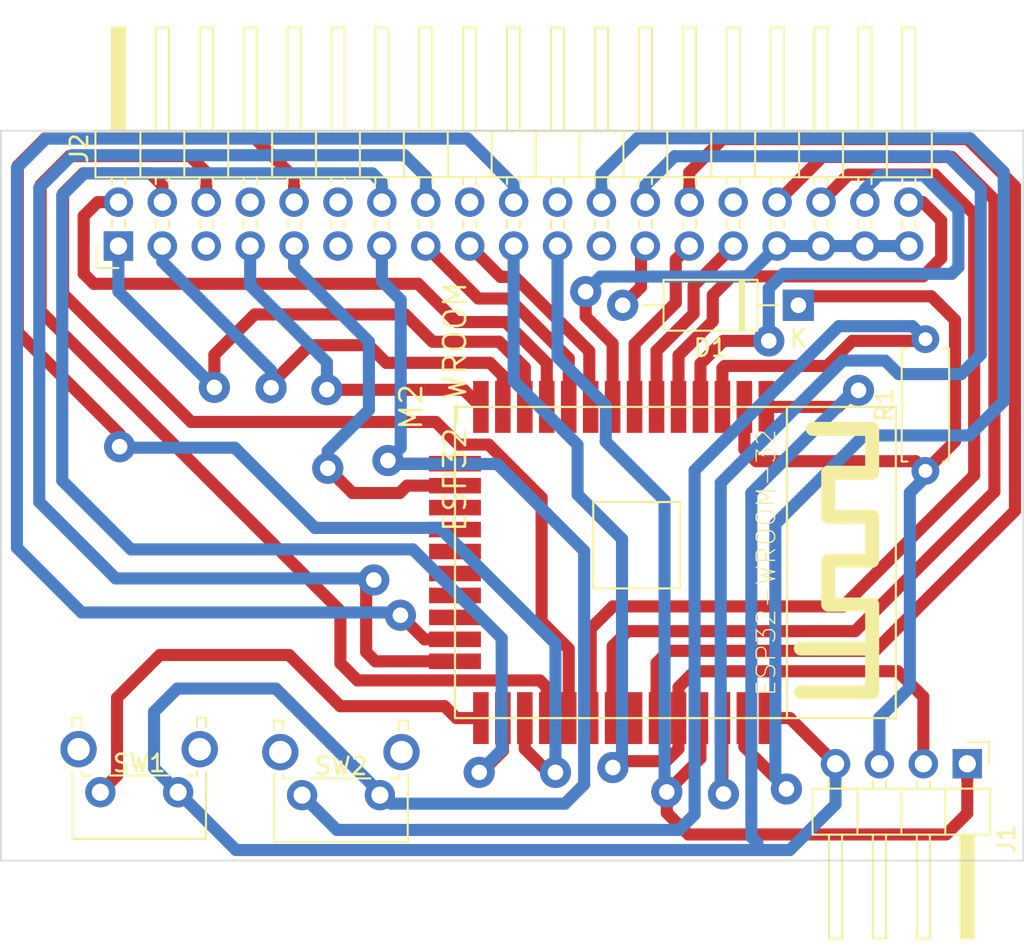
<source format=kicad_pcb>
(kicad_pcb (version 20221018) (generator pcbnew)
  (layers (0 "F.Cu" signal) (31 "B.Cu" signal) (34 "B.Paste" user) (35 "F.Paste" user) (36 "B.SilkS" user "B.Silkscreen") (37 "F.SilkS" user "F.Silkscreen") (38 "B.Mask" user) (39 "F.Mask" user) (44 "Edge.Cuts" user))
  (net 0 "")
  (net 1 "SERVO_VCC")
  (net 2 "L_FT_ANGLE")
  (net 3 "R_FT_ANGLE")
  (net 4 "R_HP_PWM")
  (net 5 "R_TG_PWM")
  (net 6 "R_KN_PWM")
  (net 7 "I_SENS")
  (net 8 "R_ANK_PWM")
  (net 9 "+3V3")
  (net 10 "R_FT_PWM")
  (net 11 "HD_PWM")
  (net 12 "MAIN_TX")
  (net 13 "R_ELB_PWM")
  (net 14 "MAIN_RX")
  (net 15 "SDA")
  (net 16 "SHUTOFF")
  (net 17 "R_SH_PWM")
  (net 18 "SCL")
  (net 19 "R_TX_PWM")
  (net 20 "GND")
  (net 21 "L_ELB_PWM")
  (net 22 "L_HP_PWM")
  (net 23 "L_TG_PWM")
  (net 24 "L_SH_PWM")
  (net 25 "L_TX_PWM")
  (net 26 "L_KN_PWM")
  (net 27 "L_FT_PWM")
  (net 28 "L_ANK_PWM")
  (net 29 "3V3_ESP")
  (net 30 "SERVO_CONTROL")
  (net 39 "Net-(M2-PadEN)")
  (net 40 "Net-(M2-GPIO0)")
  (footprint "Resistor_THT:R_Axial_DIN0207_L6.3mm_D2.5mm_P7.62mm_Horizontal" (layer "F.Cu") (at 121.82 60.47 90)
    (fp_text reference "R1" (at 3.81 -2.37 90) (layer "F.SilkS"))
    (fp_text value "4k7")
    (pad "1" thru_hole circle (at 0 0 90) (size 1.6 1.6) (drill 0.8) (layers "*.Cu" "*.Mask") (net 29 "3V3_ESP"))
    (pad "2" thru_hole oval (at 7.62 0 90) (size 1.6 1.6) (drill 0.8) (layers "*.Cu" "*.Mask") (net 39 "Net-(M2-PadEN)"))
  )
  (footprint "Connector_PinHeader_2.54mm:PinHeader_1x04_P2.54mm_Horizontal" (layer "F.Cu") (at 124.24 77.41 -90)
    (fp_text reference "J1" (at 4.385 -2.27 90) (layer "F.SilkS"))
    (fp_text value "Conn_01x04_Pin")
    (pad "1" thru_hole rect (at 0 0 270) (size 1.7 1.7) (drill 1) (layers "*.Cu" "*.Mask") (net 12 "MAIN_TX"))
    (pad "2" thru_hole oval (at 0 2.54 270) (size 1.7 1.7) (drill 1) (layers "*.Cu" "*.Mask") (net 14 "MAIN_RX"))
    (pad "3" thru_hole oval (at 0 5.08 270) (size 1.7 1.7) (drill 1) (layers "*.Cu" "*.Mask") (net 29 "3V3_ESP"))
    (pad "4" thru_hole oval (at 0 7.62 270) (size 1.7 1.7) (drill 1) (layers "*.Cu" "*.Mask") (net 20 "GND"))
  )
  (footprint "Diode_THT:D_A-405_P10.16mm_Horizontal" (layer "F.Cu") (at 114.47 50.89 180)
    (fp_text reference "D1" (at 5.08 -2.47 180) (layer "F.SilkS"))
    (fp_text value "D_Schottky")
    (fp_text user "K" (at 0 -1.9 180) (layer "F.SilkS"))
    (pad "1" thru_hole rect (at 0 0 180) (size 1.8 1.8) (drill 0.9) (layers "*.Cu" "*.Mask") (net 29 "3V3_ESP"))
    (pad "2" thru_hole oval (at 10.16 0 180) (size 1.8 1.8) (drill 0.9) (layers "*.Cu" "*.Mask") (net 9 "+3V3"))
  )
  (footprint "Connector_PinHeader_2.54mm:PinHeader_2x19_P2.54mm_Horizontal" (layer "F.Cu") (at 75.14016 47.46434 90)
    (fp_text reference "J2" (at 5.655 -2.27 90) (layer "F.SilkS"))
    (fp_text value "Conn_02x19_Odd_Even")
    (pad "1" thru_hole rect (at 0 0 90) (size 1.7 1.7) (drill 1) (layers "*.Cu" "*.Mask") (net 28 "L_ANK_PWM"))
    (pad "2" thru_hole oval (at 2.54 0 90) (size 1.7 1.7) (drill 1) (layers "*.Cu" "*.Mask") (net 27 "L_FT_PWM"))
    (pad "3" thru_hole oval (at 0 2.54 90) (size 1.7 1.7) (drill 1) (layers "*.Cu" "*.Mask") (net 26 "L_KN_PWM"))
    (pad "4" thru_hole oval (at 2.54 2.54 90) (size 1.7 1.7) (drill 1) (layers "*.Cu" "*.Mask") (net 25 "L_TX_PWM"))
    (pad "5" thru_hole oval (at 0 5.08 90) (size 1.7 1.7) (drill 1) (layers "*.Cu" "*.Mask"))
    (pad "6" thru_hole oval (at 2.54 5.08 90) (size 1.7 1.7) (drill 1) (layers "*.Cu" "*.Mask") (net 24 "L_SH_PWM"))
    (pad "7" thru_hole oval (at 0 7.62 90) (size 1.7 1.7) (drill 1) (layers "*.Cu" "*.Mask") (net 23 "L_TG_PWM"))
    (pad "8" thru_hole oval (at 2.54 7.62 90) (size 1.7 1.7) (drill 1) (layers "*.Cu" "*.Mask"))
    (pad "9" thru_hole oval (at 0 10.16 90) (size 1.7 1.7) (drill 1) (layers "*.Cu" "*.Mask") (net 22 "L_HP_PWM"))
    (pad "10" thru_hole oval (at 2.54 10.16 90) (size 1.7 1.7) (drill 1) (layers "*.Cu" "*.Mask") (net 21 "L_ELB_PWM"))
    (pad "11" thru_hole oval (at 0 12.7 90) (size 1.7 1.7) (drill 1) (layers "*.Cu" "*.Mask") (net 1 "SERVO_VCC"))
    (pad "12" thru_hole oval (at 2.54 12.7 90) (size 1.7 1.7) (drill 1) (layers "*.Cu" "*.Mask"))
    (pad "13" thru_hole oval (at 0 15.24 90) (size 1.7 1.7) (drill 1) (layers "*.Cu" "*.Mask") (net 20 "GND"))
    (pad "14" thru_hole oval (at 2.54 15.24 90) (size 1.7 1.7) (drill 1) (layers "*.Cu" "*.Mask") (net 19 "R_TX_PWM"))
    (pad "15" thru_hole oval (at 0 17.78 90) (size 1.7 1.7) (drill 1) (layers "*.Cu" "*.Mask") (net 18 "SCL"))
    (pad "16" thru_hole oval (at 2.54 17.78 90) (size 1.7 1.7) (drill 1) (layers "*.Cu" "*.Mask") (net 17 "R_SH_PWM"))
    (pad "17" thru_hole oval (at 0 20.32 90) (size 1.7 1.7) (drill 1) (layers "*.Cu" "*.Mask") (net 15 "SDA"))
    (pad "18" thru_hole oval (at 2.54 20.32 90) (size 1.7 1.7) (drill 1) (layers "*.Cu" "*.Mask"))
    (pad "19" thru_hole oval (at 0 22.86 90) (size 1.7 1.7) (drill 1) (layers "*.Cu" "*.Mask") (net 14 "MAIN_RX"))
    (pad "20" thru_hole oval (at 2.54 22.86 90) (size 1.7 1.7) (drill 1) (layers "*.Cu" "*.Mask") (net 13 "R_ELB_PWM"))
    (pad "21" thru_hole oval (at 0 25.4 90) (size 1.7 1.7) (drill 1) (layers "*.Cu" "*.Mask") (net 12 "MAIN_TX"))
    (pad "22" thru_hole oval (at 2.54 25.4 90) (size 1.7 1.7) (drill 1) (layers "*.Cu" "*.Mask"))
    (pad "23" thru_hole oval (at 0 27.94 90) (size 1.7 1.7) (drill 1) (layers "*.Cu" "*.Mask") (net 11 "HD_PWM"))
    (pad "24" thru_hole oval (at 2.54 27.94 90) (size 1.7 1.7) (drill 1) (layers "*.Cu" "*.Mask") (net 10 "R_FT_PWM"))
    (pad "25" thru_hole oval (at 0 30.48 90) (size 1.7 1.7) (drill 1) (layers "*.Cu" "*.Mask") (net 9 "+3V3"))
    (pad "26" thru_hole oval (at 2.54 30.48 90) (size 1.7 1.7) (drill 1) (layers "*.Cu" "*.Mask") (net 8 "R_ANK_PWM"))
    (pad "27" thru_hole oval (at 0 33.02 90) (size 1.7 1.7) (drill 1) (layers "*.Cu" "*.Mask") (net 7 "I_SENS"))
    (pad "28" thru_hole oval (at 2.54 33.02 90) (size 1.7 1.7) (drill 1) (layers "*.Cu" "*.Mask") (net 6 "R_KN_PWM"))
    (pad "29" thru_hole oval (at 0 35.56 90) (size 1.7 1.7) (drill 1) (layers "*.Cu" "*.Mask") (net 16 "SHUTOFF"))
    (pad "30" thru_hole oval (at 2.54 35.56 90) (size 1.7 1.7) (drill 1) (layers "*.Cu" "*.Mask"))
    (pad "31" thru_hole oval (at 0 38.1 90) (size 1.7 1.7) (drill 1) (layers "*.Cu" "*.Mask") (net 30 "SERVO_CONTROL"))
    (pad "32" thru_hole oval (at 2.54 38.1 90) (size 1.7 1.7) (drill 1) (layers "*.Cu" "*.Mask") (net 5 "R_TG_PWM"))
    (pad "33" thru_hole oval (at 0 40.64 90) (size 1.7 1.7) (drill 1) (layers "*.Cu" "*.Mask") (net 30 "SERVO_CONTROL"))
    (pad "34" thru_hole oval (at 2.54 40.64 90) (size 1.7 1.7) (drill 1) (layers "*.Cu" "*.Mask") (net 4 "R_HP_PWM"))
    (pad "35" thru_hole oval (at 0 43.18 90) (size 1.7 1.7) (drill 1) (layers "*.Cu" "*.Mask") (net 30 "SERVO_CONTROL"))
    (pad "36" thru_hole oval (at 2.54 43.18 90) (size 1.7 1.7) (drill 1) (layers "*.Cu" "*.Mask") (net 3 "R_FT_ANGLE"))
    (pad "37" thru_hole oval (at 0 45.72 90) (size 1.7 1.7) (drill 1) (layers "*.Cu" "*.Mask") (net 30 "SERVO_CONTROL"))
    (pad "38" thru_hole oval (at 2.54 45.72 90) (size 1.7 1.7) (drill 1) (layers "*.Cu" "*.Mask") (net 2 "L_FT_ANGLE"))
  )
  (footprint "Ben_modules:ESP32-WROOM" (layer "F.Cu") (at 94.608655 56.77078 -90)
    (fp_text reference "M2" (at 0 2.54 90) (layer "F.SilkS") (effects (font (size 1.27 1.27))))
    (fp_text value "ESP32-WROOM" (at 0 0 90) (layer "F.SilkS") (effects (font (size 1.27 1.27))))
    (fp_text user "ESP32-WROOM-32" (at 8.99922 -17.99844 90) (layer "F.SilkS") (effects (font (size 1.0668 1.0668) (thickness 0.0762))))
    (pad "3V3" smd rect (at 0 -16.7386 270) (size 3 0.9) (layers "F.Cu" "F.Paste" "F.Mask") (net 29 "3V3_ESP"))
    (pad "CLK" smd rect (at 9.63422 0) (size 2.99974 0.89916) (layers "F.Cu" "F.Paste" "F.Mask"))
    (pad "CMD" smd rect (at 8.36422 0) (size 2.99974 0.89916) (layers "F.Cu" "F.Paste" "F.Mask"))
    (pad "EN" smd rect (at 0 -15.4686 270) (size 3 0.9) (layers "F.Cu" "F.Paste" "F.Mask") (net 39 "Net-(M2-PadEN)"))
    (pad "GND1" smd rect (at 0 -18.0086 270) (size 3 0.9) (layers "F.Cu" "F.Paste" "F.Mask") (net 20 "GND"))
    (pad "GND2" smd rect (at 3.28422 0) (size 2.99974 0.89916) (layers "F.Cu" "F.Paste" "F.Mask") (net 20 "GND"))
    (pad "GND3" smd rect (at 17.99844 -18.0086 270) (size 3 0.9) (layers "F.Cu" "F.Paste" "F.Mask") (net 20 "GND"))
    (pad "IO0" smd rect (at 17.99844 -1.4986 270) (size 3 0.9) (layers "F.Cu" "F.Paste" "F.Mask") (net 40 "Net-(M2-GPIO0)"))
    (pad "IO2" smd rect (at 14.71422 0) (size 2.99974 0.89916) (layers "F.Cu" "F.Paste" "F.Mask") (net 17 "R_SH_PWM"))
    (pad "IO4" smd rect (at 17.99844 -2.7686 270) (size 3 0.9) (layers "F.Cu" "F.Paste" "F.Mask") (net 19 "R_TX_PWM"))
    (pad "IO5" smd rect (at 17.99844 -6.5786 270) (size 3 0.9) (layers "F.Cu" "F.Paste" "F.Mask") (net 25 "L_TX_PWM"))
    (pad "IO12" smd rect (at 0 -1.4986 270) (size 3 0.9) (layers "F.Cu" "F.Paste" "F.Mask") (net 23 "L_TG_PWM"))
    (pad "IO13" smd rect (at 4.55422 0) (size 2.99974 0.89916) (layers "F.Cu" "F.Paste" "F.Mask") (net 22 "L_HP_PWM"))
    (pad "IO14" smd rect (at 0 -2.7686 270) (size 3 0.9) (layers "F.Cu" "F.Paste" "F.Mask") (net 26 "L_KN_PWM"))
    (pad "IO15" smd rect (at 13.44422 0) (size 2.99974 0.89916) (layers "F.Cu" "F.Paste" "F.Mask") (net 13 "R_ELB_PWM"))
    (pad "IO16" smd rect (at 17.99844 -4.0386 270) (size 3 0.9) (layers "F.Cu" "F.Paste" "F.Mask") (net 21 "L_ELB_PWM"))
    (pad "IO17" smd rect (at 17.99844 -5.3086 270) (size 3 0.9) (layers "F.Cu" "F.Paste" "F.Mask") (net 24 "L_SH_PWM"))
    (pad "IO18" smd rect (at 17.99844 -7.8486 270) (size 3 0.9) (layers "F.Cu" "F.Paste" "F.Mask") (net 4 "R_HP_PWM"))
    (pad "IO19" smd rect (at 17.99844 -9.1186 270) (size 3 0.9) (layers "F.Cu" "F.Paste" "F.Mask") (net 5 "R_TG_PWM"))
    (pad "IO21" smd rect (at 17.99844 -11.6586 270) (size 3 0.9) (layers "F.Cu" "F.Paste" "F.Mask") (net 6 "R_KN_PWM"))
    (pad "IO22" smd rect (at 17.99844 -15.4686 270) (size 3 0.9) (layers "F.Cu" "F.Paste" "F.Mask") (net 8 "R_ANK_PWM"))
    (pad "IO23" smd rect (at 17.99844 -16.7386 270) (size 3 0.9) (layers "F.Cu" "F.Paste" "F.Mask") (net 10 "R_FT_PWM"))
    (pad "IO25" smd rect (at 0 -6.5786 270) (size 3 0.9) (layers "F.Cu" "F.Paste" "F.Mask") (net 18 "SCL"))
    (pad "IO26" smd rect (at 0 -5.3086 270) (size 3 0.9) (layers "F.Cu" "F.Paste" "F.Mask") (net 27 "L_FT_PWM"))
    (pad "IO27" smd rect (at 0 -4.0386 270) (size 3 0.9) (layers "F.Cu" "F.Paste" "F.Mask") (net 28 "L_ANK_PWM"))
    (pad "IO32" smd rect (at 0 -9.1186 270) (size 3 0.9) (layers "F.Cu" "F.Paste" "F.Mask") (net 30 "SERVO_CONTROL"))
    (pad "IO33" smd rect (at 0 -7.8486 270) (size 3 0.9) (layers "F.Cu" "F.Paste" "F.Mask") (net 15 "SDA"))
    (pad "IO34" smd rect (at 0 -11.6586 270) (size 3 0.9) (layers "F.Cu" "F.Paste" "F.Mask") (net 16 "SHUTOFF"))
    (pad "IO35" smd rect (at 0 -10.3886 270) (size 3 0.9) (layers "F.Cu" "F.Paste" "F.Mask") (net 7 "I_SENS"))
    (pad "NC" smd rect (at 17.99844 -10.3886 270) (size 3 0.9) (layers "F.Cu" "F.Paste" "F.Mask"))
    (pad "RX" smd rect (at 17.99844 -12.9286 270) (size 3 0.9) (layers "F.Cu" "F.Paste" "F.Mask") (net 14 "MAIN_RX"))
    (pad "SD0" smd rect (at 10.90422 0) (size 2.99974 0.89916) (layers "F.Cu" "F.Paste" "F.Mask"))
    (pad "SD1" smd rect (at 12.17422 0) (size 2.99974 0.89916) (layers "F.Cu" "F.Paste" "F.Mask"))
    (pad "SD2" smd rect (at 5.82422 0) (size 2.99974 0.89916) (layers "F.Cu" "F.Paste" "F.Mask"))
    (pad "SD3" smd rect (at 7.09422 0) (size 2.99974 0.89916) (layers "F.Cu" "F.Paste" "F.Mask"))
    (pad "SENSOR_VN" smd rect (at 0 -12.9286 270) (size 3 0.9) (layers "F.Cu" "F.Paste" "F.Mask") (net 2 "L_FT_ANGLE"))
    (pad "SENSOR_VP" smd rect (at 0 -14.1986 270) (size 3 0.9) (layers "F.Cu" "F.Paste" "F.Mask") (net 3 "R_FT_ANGLE"))
    (pad "TX" smd rect (at 17.99844 -14.1986 270) (size 3 0.9) (layers "F.Cu" "F.Paste" "F.Mask") (net 12 "MAIN_TX"))
  )
  (footprint "Button_Switch_THT:SW_Tactile_SPST_Angled_PTS645Vx39-2LFS" (layer "F.Cu") (at 78.595 79.0575 180)
    (fp_text reference "SW1" (at 2.25 1.68 180) (layer "F.SilkS"))
    (fp_text value "SW_Push")
    (pad "" thru_hole circle (at -1.25 2.49 180) (size 2.1 2.1) (drill 1.3) (layers "*.Cu" "*.Mask"))
    (pad "" thru_hole circle (at 5.76 2.49 180) (size 2.1 2.1) (drill 1.3) (layers "*.Cu" "*.Mask"))
    (pad "1" thru_hole circle (at 0 0 180) (size 1.75 1.75) (drill 0.99) (layers "*.Cu" "*.Mask") (net 20 "GND"))
    (pad "2" thru_hole circle (at 4.5 0 180) (size 1.75 1.75) (drill 0.99) (layers "*.Cu" "*.Mask") (net 40 "Net-(M2-GPIO0)"))
  )
  (footprint "Button_Switch_THT:SW_Tactile_SPST_Angled_PTS645Vx39-2LFS" (layer "F.Cu") (at 90.265 79.2275 180)
    (fp_text reference "SW2" (at 2.25 1.68 180) (layer "F.SilkS"))
    (fp_text value "SW_Push")
    (pad "" thru_hole circle (at -1.25 2.49 180) (size 2.1 2.1) (drill 1.3) (layers "*.Cu" "*.Mask"))
    (pad "" thru_hole circle (at 5.76 2.49 180) (size 2.1 2.1) (drill 1.3) (layers "*.Cu" "*.Mask"))
    (pad "1" thru_hole circle (at 0 0 180) (size 1.75 1.75) (drill 0.99) (layers "*.Cu" "*.Mask") (net 20 "GND"))
    (pad "2" thru_hole circle (at 4.5 0 180) (size 1.75 1.75) (drill 0.99) (layers "*.Cu" "*.Mask") (net 39 "Net-(M2-PadEN)"))
  )
  (gr_rect (start 68.34 40.79) (end 127.49 83.01) (stroke (width 0.1)) (fill none) (layer "Edge.Cuts"))
  (segment (start 110.6 49.22) (end 121.68 49.22) (width 0.7) (layer "F.Cu") (net 2))
  (segment (start 122.73 48.17) (end 122.73 45.99) (width 0.7) (layer "F.Cu") (net 2))
  (segment (start 107.537255 56.77078) (end 107.537255 53.792745) (width 0.7) (layer "F.Cu") (net 2))
  (segment (start 121.66434 44.92434) (end 120.86016 44.92434) (width 0.7) (layer "F.Cu") (net 2))
  (segment (start 121.68 49.22) (end 122.73 48.17) (width 0.7) (layer "F.Cu") (net 2))
  (segment (start 109.52 50.3) (end 110.6 49.22) (width 0.7) (layer "F.Cu") (net 2))
  (segment (start 122.73 45.99) (end 121.66434 44.92434) (width 0.7) (layer "F.Cu") (net 2))
  (segment (start 107.537255 53.792745) (end 109.52 51.81) (width 0.7) (layer "F.Cu") (net 2))
  (segment (start 109.52 51.81) (end 109.52 50.3) (width 0.7) (layer "F.Cu") (net 2))
  (segment (start 108.807255 54.272745) (end 108.807255 56.77078) (width 0.7) (layer "F.Cu") (net 3))
  (segment (start 110.1295 52.9505) (end 108.807255 54.272745) (width 0.7) (layer "F.Cu") (net 3))
  (segment (start 112.76 52.9505) (end 110.1295 52.9505) (width 0.7) (layer "F.Cu") (net 3))
  (via (at 112.76 52.9505) (size 1.8) (drill 0.9) (layers "F.Cu" "B.Cu") (net 3))
  (segment (start 121.72 43.38) (end 119.12 43.38) (width 0.7) (layer "B.Cu") (net 3))
  (segment (start 112.76 52.9505) (end 112.76 49.91) (width 0.7) (layer "B.Cu") (net 3))
  (segment (start 123.35 49.07) (end 123.73 48.69) (width 0.7) (layer "B.Cu") (net 3))
  (segment (start 113.6 49.07) (end 123.35 49.07) (width 0.7) (layer "B.Cu") (net 3))
  (segment (start 119.12 43.38) (end 118.32016 44.17984) (width 0.7) (layer "B.Cu") (net 3))
  (segment (start 112.76 49.91) (end 113.6 49.07) (width 0.7) (layer "B.Cu") (net 3))
  (segment (start 118.32016 44.17984) (end 118.32016 44.92434) (width 0.7) (layer "B.Cu") (net 3))
  (segment (start 123.73 48.69) (end 123.73 45.39) (width 0.7) (layer "B.Cu") (net 3))
  (segment (start 123.73 45.39) (end 121.72 43.38) (width 0.7) (layer "B.Cu") (net 3))
  (segment (start 103.74 68.31) (end 102.457255 69.592745) (width 0.7) (layer "F.Cu") (net 4))
  (segment (start 124.64 60.72) (end 117.05 68.31) (width 0.7) (layer "F.Cu") (net 4))
  (segment (start 117.05 68.31) (end 103.74 68.31) (width 0.7) (layer "F.Cu") (net 4))
  (segment (start 122.35 43.33) (end 124.64 45.62) (width 0.7) (layer "F.Cu") (net 4))
  (segment (start 102.457255 69.592745) (end 102.457255 74.76922) (width 0.7) (layer "F.Cu") (net 4))
  (segment (start 117.3745 43.33) (end 122.35 43.33) (width 0.7) (layer "F.Cu") (net 4))
  (segment (start 115.78016 44.92434) (end 117.3745 43.33) (width 0.7) (layer "F.Cu") (net 4))
  (segment (start 124.64 45.62) (end 124.64 60.72) (width 0.7) (layer "F.Cu") (net 4))
  (segment (start 113.24016 44.92434) (end 115.8545 42.31) (width 0.7) (layer "F.Cu") (net 5))
  (segment (start 125.81 61.68) (end 117.75 69.74) (width 0.7) (layer "F.Cu") (net 5))
  (segment (start 125.81 44.78) (end 125.81 61.68) (width 0.7) (layer "F.Cu") (net 5))
  (segment (start 115.8545 42.31) (end 123.34 42.31) (width 0.7) (layer "F.Cu") (net 5))
  (segment (start 103.727255 70.612745) (end 103.727255 74.76922) (width 0.7) (layer "F.Cu") (net 5))
  (segment (start 123.34 42.31) (end 125.81 44.78) (width 0.7) (layer "F.Cu") (net 5))
  (segment (start 113.1645 44.84868) (end 113.24016 44.92434) (width 0.7) (layer "F.Cu") (net 5))
  (segment (start 117.75 69.74) (end 104.6 69.74) (width 0.7) (layer "F.Cu") (net 5))
  (segment (start 104.6 69.74) (end 103.727255 70.612745) (width 0.7) (layer "F.Cu") (net 5))
  (segment (start 108.16016 43.20984) (end 108.16016 44.92434) (width 0.7) (layer "F.Cu") (net 6))
  (segment (start 118.9 70.88) (end 127 62.78) (width 0.7) (layer "F.Cu") (net 6))
  (segment (start 124.27 41.28) (end 110.09 41.28) (width 0.7) (layer "F.Cu") (net 6))
  (segment (start 127 44.01) (end 124.27 41.28) (width 0.7) (layer "F.Cu") (net 6))
  (segment (start 106.267255 71.582745) (end 106.97 70.88) (width 0.7) (layer "F.Cu") (net 6))
  (segment (start 106.267255 74.76922) (end 106.267255 71.582745) (width 0.7) (layer "F.Cu") (net 6))
  (segment (start 110.09 41.28) (end 108.16016 43.20984) (width 0.7) (layer "F.Cu") (net 6))
  (segment (start 106.97 70.88) (end 118.9 70.88) (width 0.7) (layer "F.Cu") (net 6))
  (segment (start 127 62.78) (end 127 44.01) (width 0.7) (layer "F.Cu") (net 6))
  (segment (start 107.38 48.2445) (end 107.38 50.75) (width 0.7) (layer "F.Cu") (net 7))
  (segment (start 104.997255 53.132745) (end 104.997255 56.77078) (width 0.7) (layer "F.Cu") (net 7))
  (segment (start 107.38 50.75) (end 104.997255 53.132745) (width 0.7) (layer "F.Cu") (net 7))
  (segment (start 108.16016 47.46434) (end 107.38 48.2445) (width 0.7) (layer "F.Cu") (net 7))
  (segment (start 110.077255 74.76922) (end 110.077255 79.097255) (width 0.7) (layer "F.Cu") (net 8))
  (segment (start 110.077255 79.097255) (end 110.14 79.16) (width 0.7) (layer "F.Cu") (net 8))
  (via (at 110.14 79.16) (size 1.8) (drill 0.9) (layers "F.Cu" "B.Cu") (net 8))
  (segment (start 117.05 54.09) (end 119.49 54.09) (width 0.7) (layer "B.Cu") (net 8))
  (segment (start 125.02 44.15) (end 123.14 42.27) (width 0.7) (layer "B.Cu") (net 8))
  (segment (start 123.14 42.27) (end 107.31 42.27) (width 0.7) (layer "B.Cu") (net 8))
  (segment (start 109.98 79) (end 109.98 61.16) (width 0.7) (layer "B.Cu") (net 8))
  (segment (start 123.89 54.87) (end 125.02 53.74) (width 0.7) (layer "B.Cu") (net 8))
  (segment (start 110.14 79.16) (end 109.98 79) (width 0.7) (layer "B.Cu") (net 8))
  (segment (start 109.98 61.16) (end 117.05 54.09) (width 0.7) (layer "B.Cu") (net 8))
  (segment (start 119.49 54.09) (end 120.27 54.87) (width 0.7) (layer "B.Cu") (net 8))
  (segment (start 107.31 42.27) (end 105.62016 43.95984) (width 0.7) (layer "B.Cu") (net 8))
  (segment (start 120.27 54.87) (end 123.89 54.87) (width 0.7) (layer "B.Cu") (net 8))
  (segment (start 105.62016 43.95984) (end 105.62016 44.92434) (width 0.7) (layer "B.Cu") (net 8))
  (segment (start 125.02 53.74) (end 125.02 44.15) (width 0.7) (layer "B.Cu") (net 8))
  (segment (start 105.37 47.7145) (end 105.62016 47.46434) (width 0.7) (layer "F.Cu") (net 9))
  (segment (start 104.31 50.89) (end 105.37 49.83) (width 0.7) (layer "F.Cu") (net 9))
  (segment (start 105.37 49.83) (end 105.37 47.7145) (width 0.7) (layer "F.Cu") (net 9))
  (segment (start 111.347255 76.437255) (end 111.347255 74.76922) (width 0.7) (layer "F.Cu") (net 10))
  (segment (start 113.78 78.87) (end 111.347255 76.437255) (width 0.7) (layer "F.Cu") (net 10))
  (via (at 113.78 78.87) (size 1.8) (drill 0.9) (layers "F.Cu" "B.Cu") (net 10))
  (segment (start 113.14 78.23) (end 113.14 63.54) (width 0.7) (layer "B.Cu") (net 10))
  (segment (start 105.15 41.23) (end 103.08016 43.29984) (width 0.7) (layer "B.Cu") (net 10))
  (segment (start 118.26 58.42) (end 124.37 58.42) (width 0.7) (layer "B.Cu") (net 10))
  (segment (start 113.14 63.54) (end 118.26 58.42) (width 0.7) (layer "B.Cu") (net 10))
  (segment (start 126.35 43.18) (end 124.4 41.23) (width 0.7) (layer "B.Cu") (net 10))
  (segment (start 124.4 41.23) (end 105.15 41.23) (width 0.7) (layer "B.Cu") (net 10))
  (segment (start 103.08016 43.29984) (end 103.08016 44.92434) (width 0.7) (layer "B.Cu") (net 10))
  (segment (start 126.35 56.44) (end 126.35 43.18) (width 0.7) (layer "B.Cu") (net 10))
  (segment (start 113.78 78.87) (end 113.14 78.23) (width 0.7) (layer "B.Cu") (net 10))
  (segment (start 124.37 58.42) (end 126.35 56.44) (width 0.7) (layer "B.Cu") (net 10))
  (segment (start 124.24 80.28) (end 124.24 77.41) (width 0.7) (layer "F.Cu") (net 12))
  (segment (start 106.86 80.25) (end 108.11 81.5) (width 0.7) (layer "F.Cu") (net 12))
  (segment (start 106.86 79.04) (end 108.807255 77.092745) (width 0.7) (layer "F.Cu") (net 12))
  (segment (start 108.807255 77.092745) (end 108.807255 74.76922) (width 0.7) (layer "F.Cu") (net 12))
  (segment (start 106.86 79.04) (end 106.86 80.25) (width 0.7) (layer "F.Cu") (net 12))
  (segment (start 108.11 81.5) (end 123.02 81.5) (width 0.7) (layer "F.Cu") (net 12))
  (segment (start 123.02 81.5) (end 124.24 80.28) (width 0.7) (layer "F.Cu") (net 12))
  (via (at 106.86 79.04) (size 1.8) (drill 0.9) (layers "F.Cu" "B.Cu") (net 12))
  (segment (start 106.73 78.91) (end 106.73 62.18) (width 0.7) (layer "B.Cu") (net 12))
  (segment (start 106.86 79.04) (end 106.73 78.91) (width 0.7) (layer "B.Cu") (net 12))
  (segment (start 103.33 56.69) (end 100.54016 53.90016) (width 0.7) (layer "B.Cu") (net 12))
  (segment (start 103.33 58.78) (end 103.33 56.69) (width 0.7) (layer "B.Cu") (net 12))
  (segment (start 100.54016 53.90016) (end 100.54016 47.46434) (width 0.7) (layer "B.Cu") (net 12))
  (segment (start 106.73 62.18) (end 103.33 58.78) (width 0.7) (layer "B.Cu") (net 12))
  (segment (start 91.45 68.82) (end 92.845 70.215) (width 0.7) (layer "F.Cu") (net 13))
  (segment (start 92.845 70.215) (end 94.608655 70.215) (width 0.7) (layer "F.Cu") (net 13))
  (via (at 91.45 68.82) (size 1.8) (drill 0.9) (layers "F.Cu" "B.Cu") (net 13))
  (segment (start 70.95 41.25) (end 95.34 41.25) (width 0.7) (layer "B.Cu") (net 13))
  (segment (start 73.01 68.66) (end 69.27 64.92) (width 0.7) (layer "B.Cu") (net 13))
  (segment (start 98.00016 43.91016) (end 98.00016 44.92434) (width 0.7) (layer "B.Cu") (net 13))
  (segment (start 91.45 68.82) (end 91.29 68.66) (width 0.7) (layer "B.Cu") (net 13))
  (segment (start 69.27 42.93) (end 70.95 41.25) (width 0.7) (layer "B.Cu") (net 13))
  (segment (start 69.27 64.92) (end 69.27 42.93) (width 0.7) (layer "B.Cu") (net 13))
  (segment (start 95.34 41.25) (end 98.00016 43.91016) (width 0.7) (layer "B.Cu") (net 13))
  (segment (start 91.29 68.66) (end 73.01 68.66) (width 0.7) (layer "B.Cu") (net 13))
  (segment (start 120.22 72.06) (end 121.7 73.54) (width 0.7) (layer "F.Cu") (net 14))
  (segment (start 121.7 73.54) (end 121.7 77.41) (width 0.7) (layer "F.Cu") (net 14))
  (segment (start 107.537255 74.76922) (end 107.537255 72.98922) (width 0.7) (layer "F.Cu") (net 14))
  (segment (start 103.74 77.63) (end 104.11 77.26) (width 0.7) (layer "F.Cu") (net 14))
  (segment (start 104.11 77.26) (end 106.826475 77.26) (width 0.7) (layer "F.Cu") (net 14))
  (segment (start 108.466475 72.06) (end 120.22 72.06) (width 0.7) (layer "F.Cu") (net 14))
  (segment (start 107.537255 72.98922) (end 108.466475 72.06) (width 0.7) (layer "F.Cu") (net 14))
  (segment (start 107.537255 76.54922) (end 107.537255 74.76922) (width 0.7) (layer "F.Cu") (net 14))
  (segment (start 106.826475 77.26) (end 107.537255 76.54922) (width 0.7) (layer "F.Cu") (net 14))
  (via (at 103.74 77.63) (size 1.8) (drill 0.9) (layers "F.Cu" "B.Cu") (net 14))
  (segment (start 101.7 58.96) (end 98.00016 55.26016) (width 0.7) (layer "B.Cu") (net 14))
  (segment (start 101.7 61.84) (end 101.7 58.96) (width 0.7) (layer "B.Cu") (net 14))
  (segment (start 98.00016 55.26016) (end 98.00016 47.46434) (width 0.7) (layer "B.Cu") (net 14))
  (segment (start 104.27 64.41) (end 101.7 61.84) (width 0.7) (layer "B.Cu") (net 14))
  (segment (start 103.74 77.63) (end 104.27 77.1) (width 0.7) (layer "B.Cu") (net 14))
  (segment (start 104.27 77.1) (end 104.27 64.41) (width 0.7) (layer "B.Cu") (net 14))
  (segment (start 98.08 49.25) (end 102.377255 53.547255) (width 0.7) (layer "F.Cu") (net 15))
  (segment (start 95.46016 47.46434) (end 97.24582 49.25) (width 0.7) (layer "F.Cu") (net 15))
  (segment (start 97.24582 49.25) (end 98.08 49.25) (width 0.7) (layer "F.Cu") (net 15))
  (segment (start 102.377255 53.547255) (end 102.377255 56.69078) (width 0.7) (layer "F.Cu") (net 15))
  (segment (start 102.377255 56.69078) (end 102.457255 56.77078) (width 0.7) (layer "F.Cu") (net 15))
  (segment (start 108.41 49.7545) (end 108.41 51.38) (width 0.7) (layer "F.Cu") (net 16))
  (segment (start 106.267255 53.522745) (end 106.267255 56.77078) (width 0.7) (layer "F.Cu") (net 16))
  (segment (start 108.41 51.38) (end 106.267255 53.522745) (width 0.7) (layer "F.Cu") (net 16))
  (segment (start 110.70016 47.46434) (end 108.41 49.7545) (width 0.7) (layer "F.Cu") (net 16))
  (segment (start 90.005 71.485) (end 94.608655 71.485) (width 0.7) (layer "F.Cu") (net 17))
  (segment (start 89.47 70.95) (end 90.005 71.485) (width 0.7) (layer "F.Cu") (net 17))
  (segment (start 89.47 67.22) (end 89.47 70.95) (width 0.7) (layer "F.Cu") (net 17))
  (segment (start 89.91 66.78) (end 89.47 67.22) (width 0.7) (layer "F.Cu") (net 17))
  (via (at 89.91 66.78) (size 1.8) (drill 0.9) (layers "F.Cu" "B.Cu") (net 17))
  (segment (start 74.98 66.69) (end 70.56 62.27) (width 0.7) (layer "B.Cu") (net 17))
  (segment (start 89.91 66.78) (end 89.82 66.69) (width 0.7) (layer "B.Cu") (net 17))
  (segment (start 91.68 42.21) (end 92.92016 43.45016) (width 0.7) (layer "B.Cu") (net 17))
  (segment (start 89.82 66.69) (end 74.98 66.69) (width 0.7) (layer "B.Cu") (net 17))
  (segment (start 70.56 44.1) (end 72.45 42.21) (width 0.7) (layer "B.Cu") (net 17))
  (segment (start 72.45 42.21) (end 91.68 42.21) (width 0.7) (layer "B.Cu") (net 17))
  (segment (start 70.56 62.27) (end 70.56 44.1) (width 0.7) (layer "B.Cu") (net 17))
  (segment (start 92.92016 43.45016) (end 92.92016 44.92434) (width 0.7) (layer "B.Cu") (net 17))
  (segment (start 101.187255 53.957255) (end 101.187255 56.77078) (width 0.7) (layer "F.Cu") (net 18))
  (segment (start 97.73 50.5) (end 101.187255 53.957255) (width 0.7) (layer "F.Cu") (net 18))
  (segment (start 95.95582 50.5) (end 97.73 50.5) (width 0.7) (layer "F.Cu") (net 18))
  (segment (start 92.92016 47.46434) (end 95.95582 50.5) (width 0.7) (layer "F.Cu") (net 18))
  (segment (start 96.01 77.91) (end 96.01 78.03) (width 0.7) (layer "F.Cu") (net 19))
  (segment (start 97.377255 76.662745) (end 97.377255 74.76922) (width 0.7) (layer "F.Cu") (net 19))
  (segment (start 96.13 77.91) (end 96.01 77.91) (width 0.7) (layer "F.Cu") (net 19))
  (segment (start 96.17 77.87) (end 96.13 77.91) (width 0.7) (layer "F.Cu") (net 19))
  (segment (start 96.01 78.03) (end 97.377255 76.662745) (width 0.7) (layer "F.Cu") (net 19))
  (via (at 96.01 77.91) (size 1.8) (drill 0.9) (layers "F.Cu" "B.Cu") (net 19))
  (segment (start 73.16 43.26) (end 89.83 43.26) (width 0.7) (layer "B.Cu") (net 19))
  (segment (start 71.89 44.53) (end 73.16 43.26) (width 0.7) (layer "B.Cu") (net 19))
  (segment (start 92.17 65.01) (end 75.87 65.01) (width 0.7) (layer "B.Cu") (net 19))
  (segment (start 97.31 76.61) (end 97.31 70.15) (width 0.7) (layer "B.Cu") (net 19))
  (segment (start 75.87 65.01) (end 71.89 61.03) (width 0.7) (layer "B.Cu") (net 19))
  (segment (start 97.31 70.15) (end 92.17 65.01) (width 0.7) (layer "B.Cu") (net 19))
  (segment (start 90.38016 43.81016) (end 90.38016 44.92434) (width 0.7) (layer "B.Cu") (net 19))
  (segment (start 89.83 43.26) (end 90.38016 43.81016) (width 0.7) (layer "B.Cu") (net 19))
  (segment (start 71.89 61.03) (end 71.89 44.53) (width 0.7) (layer "B.Cu") (net 19))
  (segment (start 96.01 77.91) (end 97.31 76.61) (width 0.7) (layer "B.Cu") (net 19))
  (segment (start 90.915 60.055) (end 94.608655 60.055) (width 0.7) (layer "F.Cu") (net 20))
  (segment (start 117.95 55.81) (end 117.74 55.81) (width 0.7) (layer "F.Cu") (net 20))
  (segment (start 90.73 59.87) (end 90.915 60.055) (width 0.7) (layer "F.Cu") (net 20))
  (segment (start 116.77922 56.77078) (end 112.617255 56.77078) (width 0.7) (layer "F.Cu") (net 20))
  (segment (start 112.617255 74.76922) (end 113.97922 74.76922) (width 0.7) (layer "F.Cu") (net 20))
  (segment (start 113.97922 74.76922) (end 116.62 77.41) (width 0.7) (layer "F.Cu") (net 20))
  (segment (start 117.74 55.81) (end 116.77922 56.77078) (width 0.7) (layer "F.Cu") (net 20))
  (via (at 90.73 59.87) (size 1.8) (drill 0.9) (layers "F.Cu" "B.Cu") (net 20))
  (via (at 117.95 55.81) (size 1.8) (drill 0.9) (layers "F.Cu" "B.Cu") (net 20))
  (segment (start 78.55 73.06) (end 77.2 74.41) (width 0.7) (layer "B.Cu") (net 20))
  (segment (start 113.98 82.4) (end 116.62 79.76) (width 0.7) (layer "B.Cu") (net 20))
  (segment (start 111.75 61.75) (end 111.75 81.64) (width 0.7) (layer "B.Cu") (net 20))
  (segment (start 97.05 60.07) (end 102.08 65.1) (width 0.7) (layer "B.Cu") (net 20))
  (segment (start 102.08 65.1) (end 102.08 78.61) (width 0.7) (layer "B.Cu") (net 20))
  (segment (start 77.2 77.6625) (end 81.9375 82.4) (width 0.7) (layer "B.Cu") (net 20))
  (segment (start 91.47 59.13) (end 91.47 50.58) (width 0.7) (layer "B.Cu") (net 20))
  (segment (start 117.95 55.81) (end 117.69 55.81) (width 0.7) (layer "B.Cu") (net 20))
  (segment (start 84.24 73.06) (end 78.55 73.06) (width 0.7) (layer "B.Cu") (net 20))
  (segment (start 100.97 79.72) (end 90.9 79.72) (width 0.7) (layer "B.Cu") (net 20))
  (segment (start 116.62 79.76) (end 116.62 77.41) (width 0.7) (layer "B.Cu") (net 20))
  (segment (start 117.69 55.81) (end 111.75 61.75) (width 0.7) (layer "B.Cu") (net 20))
  (segment (start 90.73 59.87) (end 91.47 59.13) (width 0.7) (layer "B.Cu") (net 20))
  (segment (start 90.73 59.87) (end 90.93 60.07) (width 0.7) (layer "B.Cu") (net 20))
  (segment (start 102.08 78.61) (end 100.97 79.72) (width 0.7) (layer "B.Cu") (net 20))
  (segment (start 111.75 81.64) (end 112.11 82) (width 0.7) (layer "B.Cu") (net 20))
  (segment (start 81.9375 82.4) (end 113.98 82.4) (width 0.7) (layer "B.Cu") (net 20))
  (segment (start 77.2 74.41) (end 77.2 77.6625) (width 0.7) (layer "B.Cu") (net 20))
  (segment (start 90.9 79.72) (end 84.24 73.06) (width 0.7) (layer "B.Cu") (net 20))
  (segment (start 91.47 50.58) (end 90.38016 49.49016) (width 0.7) (layer "B.Cu") (net 20))
  (segment (start 90.93 60.07) (end 97.05 60.07) (width 0.7) (layer "B.Cu") (net 20))
  (segment (start 90.38016 49.49016) (end 90.38016 47.46434) (width 0.7) (layer "B.Cu") (net 20))
  (segment (start 69.32 42.82) (end 70.9 41.24) (width 0.7) (layer "F.Cu") (net 21))
  (segment (start 83.04 41.24) (end 85.30016 43.50016) (width 0.7) (layer "F.Cu") (net 21))
  (segment (start 70.9 41.24) (end 83.04 41.24) (width 0.7) (layer "F.Cu") (net 21))
  (segment (start 100.26 77.83) (end 100.18 77.83) (width 0.7) (layer "F.Cu") (net 21))
  (segment (start 100.34 77.83) (end 99.928035 77.83) (width 0.7) (layer "F.Cu") (net 21))
  (segment (start 99.928035 77.83) (end 98.647255 76.54922) (width 0.7) (layer "F.Cu") (net 21))
  (segment (start 98.647255 76.54922) (end 98.647255 74.76922) (width 0.7) (layer "F.Cu") (net 21))
  (segment (start 100.42 77.91) (end 100.34 77.83) (width 0.7) (layer "F.Cu") (net 21))
  (segment (start 75.21 59.07) (end 75.21 58.34) (width 0.7) (layer "F.Cu") (net 21))
  (segment (start 69.32 52.45) (end 69.32 42.82) (width 0.7) (layer "F.Cu") (net 21))
  (segment (start 75.21 58.34) (end 69.32 52.45) (width 0.7) (layer "F.Cu") (net 21))
  (segment (start 100.18 77.83) (end 100.42 77.91) (width 0.7) (layer "F.Cu") (net 21))
  (segment (start 85.30016 43.50016) (end 85.30016 44.92434) (width 0.7) (layer "F.Cu") (net 21))
  (via (at 100.42 77.91) (size 1.8) (drill 0.9) (layers "F.Cu" "B.Cu") (net 21))
  (via (at 75.21 59.07) (size 1.8) (drill 0.9) (layers "F.Cu" "B.Cu") (net 21))
  (segment (start 86.51 63.77) (end 93.73 63.77) (width 0.7) (layer "B.Cu") (net 21))
  (segment (start 100.42 70.46) (end 100.42 77.91) (width 0.7) (layer "B.Cu") (net 21))
  (segment (start 75.27 59.13) (end 81.87 59.13) (width 0.7) (layer "B.Cu") (net 21))
  (segment (start 81.87 59.13) (end 86.51 63.77) (width 0.7) (layer "B.Cu") (net 21))
  (segment (start 93.73 63.77) (end 100.42 70.46) (width 0.7) (layer "B.Cu") (net 21))
  (segment (start 75.21 59.07) (end 75.27 59.13) (width 0.7) (layer "B.Cu") (net 21))
  (segment (start 91.41 61.75) (end 91.835 61.325) (width 0.7) (layer "F.Cu") (net 22))
  (segment (start 88.68 61.75) (end 91.41 61.75) (width 0.7) (layer "F.Cu") (net 22))
  (segment (start 87.25 60.32) (end 88.68 61.75) (width 0.7) (layer "F.Cu") (net 22))
  (segment (start 91.835 61.325) (end 94.608655 61.325) (width 0.7) (layer "F.Cu") (net 22))
  (via (at 87.25 60.32) (size 1.8) (drill 0.9) (layers "F.Cu" "B.Cu") (net 22))
  (segment (start 87.25 59.32) (end 89.63 56.94) (width 0.7) (layer "B.Cu") (net 22))
  (segment (start 85.30016 48.67016) (end 85.30016 47.46434) (width 0.7) (layer "B.Cu") (net 22))
  (segment (start 89.63 56.94) (end 89.63 53) (width 0.7) (layer "B.Cu") (net 22))
  (segment (start 87.25 60.32) (end 87.25 59.32) (width 0.7) (layer "B.Cu") (net 22))
  (segment (start 89.63 53) (end 85.30016 48.67016) (width 0.7) (layer "B.Cu") (net 22))
  (segment (start 87.21 55.78) (end 95.116475 55.78) (width 0.7) (layer "F.Cu") (net 23))
  (segment (start 87.2 55.77) (end 87.21 55.78) (width 0.7) (layer "F.Cu") (net 23))
  (segment (start 95.116475 55.78) (end 96.107255 56.77078) (width 0.7) (layer "F.Cu") (net 23))
  (via (at 87.2 55.77) (size 1.8) (drill 0.9) (layers "F.Cu" "B.Cu") (net 23))
  (segment (start 82.76016 49.75016) (end 82.76016 47.46434) (width 0.7) (layer "B.Cu") (net 23))
  (segment (start 87.2 54.19) (end 82.76016 49.75016) (width 0.7) (layer "B.Cu") (net 23))
  (segment (start 87.2 55.77) (end 87.2 54.19) (width 0.7) (layer "B.Cu") (net 23))
  (segment (start 79.28 42.26) (end 72.31 42.26) (width 0.7) (layer "F.Cu") (net 24))
  (segment (start 99.518035 72.59) (end 99.917255 72.98922) (width 0.7) (layer "F.Cu") (net 24))
  (segment (start 70.64 43.93) (end 70.64 51.24) (width 0.7) (layer "F.Cu") (net 24))
  (segment (start 80.22016 44.92434) (end 80.22016 43.20016) (width 0.7) (layer "F.Cu") (net 24))
  (segment (start 87.98 68.58) (end 87.98 71.6) (width 0.7) (layer "F.Cu") (net 24))
  (segment (start 72.31 42.26) (end 70.64 43.93) (width 0.7) (layer "F.Cu") (net 24))
  (segment (start 99.917255 72.98922) (end 99.917255 74.76922) (width 0.7) (layer "F.Cu") (net 24))
  (segment (start 87.98 71.6) (end 88.97 72.59) (width 0.7) (layer "F.Cu") (net 24))
  (segment (start 70.64 51.24) (end 87.98 68.58) (width 0.7) (layer "F.Cu") (net 24))
  (segment (start 80.22016 43.20016) (end 79.28 42.26) (width 0.7) (layer "F.Cu") (net 24))
  (segment (start 88.97 72.59) (end 99.518035 72.59) (width 0.7) (layer "F.Cu") (net 24))
  (segment (start 101.187255 70.757255) (end 101.187255 74.76922) (width 0.7) (layer "F.Cu") (net 25))
  (segment (start 79.35 57.64) (end 93.5 57.64) (width 0.7) (layer "F.Cu") (net 25))
  (segment (start 73.1 43.26) (end 71.94 44.42) (width 0.7) (layer "F.Cu") (net 25))
  (segment (start 71.94 50.23) (end 79.35 57.64) (width 0.7) (layer "F.Cu") (net 25))
  (segment (start 96.553105 58.95) (end 99.62 62.016895) (width 0.7) (layer "F.Cu") (net 25))
  (segment (start 76.98 43.26) (end 73.1 43.26) (width 0.7) (layer "F.Cu") (net 25))
  (segment (start 99.62 62.016895) (end 99.62 69.19) (width 0.7) (layer "F.Cu") (net 25))
  (segment (start 99.62 69.19) (end 101.187255 70.757255) (width 0.7) (layer "F.Cu") (net 25))
  (segment (start 77.68016 43.96016) (end 76.98 43.26) (width 0.7) (layer "F.Cu") (net 25))
  (segment (start 94.81 58.95) (end 96.553105 58.95) (width 0.7) (layer "F.Cu") (net 25))
  (segment (start 93.5 57.64) (end 94.81 58.95) (width 0.7) (layer "F.Cu") (net 25))
  (segment (start 71.94 44.42) (end 71.94 50.23) (width 0.7) (layer "F.Cu") (net 25))
  (segment (start 77.68016 44.92434) (end 77.68016 43.96016) (width 0.7) (layer "F.Cu") (net 25))
  (segment (start 86.22 53.2) (end 89.61 53.2) (width 0.7) (layer "F.Cu") (net 26))
  (segment (start 90.63 54.22) (end 96.63 54.22) (width 0.7) (layer "F.Cu") (net 26))
  (segment (start 83.97 55.45) (end 86.22 53.2) (width 0.7) (layer "F.Cu") (net 26))
  (segment (start 83.97 55.66) (end 83.97 55.45) (width 0.7) (layer "F.Cu") (net 26))
  (segment (start 89.61 53.2) (end 90.63 54.22) (width 0.7) (layer "F.Cu") (net 26))
  (segment (start 96.63 54.22) (end 97.377255 54.967255) (width 0.7) (layer "F.Cu") (net 26))
  (segment (start 97.377255 54.967255) (end 97.377255 56.77078) (width 0.7) (layer "F.Cu") (net 26))
  (via (at 83.97 55.66) (size 1.8) (drill 0.9) (layers "F.Cu" "B.Cu") (net 26))
  (segment (start 83.97 54.66) (end 77.68016 48.37016) (width 0.7) (layer "B.Cu") (net 26))
  (segment (start 77.68016 48.37016) (end 77.68016 47.46434) (width 0.7) (layer "B.Cu") (net 26))
  (segment (start 83.97 55.66) (end 83.97 54.66) (width 0.7) (layer "B.Cu") (net 26))
  (segment (start 73.72 49.65) (end 92.48 49.65) (width 0.7) (layer "F.Cu") (net 27))
  (segment (start 92.48 49.65) (end 94.69 51.86) (width 0.7) (layer "F.Cu") (net 27))
  (segment (start 73.13 49.06) (end 73.72 49.65) (width 0.7) (layer "F.Cu") (net 27))
  (segment (start 73.13 45.732419) (end 73.13 49.06) (width 0.7) (layer "F.Cu") (net 27))
  (segment (start 97.54 51.86) (end 99.917255 54.237255) (width 0.7) (layer "F.Cu") (net 27))
  (segment (start 73.938079 44.92434) (end 73.13 45.732419) (width 0.7) (layer "F.Cu") (net 27))
  (segment (start 75.14016 44.92434) (end 73.938079 44.92434) (width 0.7) (layer "F.Cu") (net 27))
  (segment (start 94.69 51.86) (end 97.54 51.86) (width 0.7) (layer "F.Cu") (net 27))
  (segment (start 99.917255 54.237255) (end 99.917255 56.77078) (width 0.7) (layer "F.Cu") (net 27))
  (segment (start 83.02 51.42) (end 91.73 51.42) (width 0.7) (layer "F.Cu") (net 28))
  (segment (start 91.73 51.42) (end 93.31 53) (width 0.7) (layer "F.Cu") (net 28))
  (segment (start 80.69 55.64) (end 80.69 53.75) (width 0.7) (layer "F.Cu") (net 28))
  (segment (start 93.31 53) (end 97.16 53) (width 0.7) (layer "F.Cu") (net 28))
  (segment (start 98.647255 54.487255) (end 98.647255 56.77078) (width 0.7) (layer "F.Cu") (net 28))
  (segment (start 97.16 53) (end 98.647255 54.487255) (width 0.7) (layer "F.Cu") (net 28))
  (segment (start 80.69 53.75) (end 83.02 51.42) (width 0.7) (layer "F.Cu") (net 28))
  (via (at 80.69 55.64) (size 1.8) (drill 0.9) (layers "F.Cu" "B.Cu") (net 28))
  (segment (start 75.14016 50.09016) (end 75.14016 47.46434) (width 0.7) (layer "B.Cu") (net 28))
  (segment (start 80.69 55.64) (end 75.14016 50.09016) (width 0.7) (layer "B.Cu") (net 28))
  (segment (start 122.16 50.37) (end 123.53 51.74) (width 0.7) (layer "F.Cu") (net 29))
  (segment (start 123.53 51.74) (end 123.53 58.76) (width 0.7) (layer "F.Cu") (net 29))
  (segment (start 114.99 50.37) (end 122.16 50.37) (width 0.7) (layer "F.Cu") (net 29))
  (segment (start 123.53 58.76) (end 121.82 60.47) (width 0.7) (layer "F.Cu") (net 29))
  (segment (start 114.47 50.96) (end 114.47 50.89) (width 0.7) (layer "F.Cu") (net 29))
  (segment (start 111.347255 59.227255) (end 112.03 59.91) (width 0.7) (layer "F.Cu") (net 29))
  (segment (start 111.347255 56.77078) (end 111.347255 59.227255) (width 0.7) (layer "F.Cu") (net 29))
  (segment (start 112.03 59.91) (end 121.26 59.91) (width 0.7) (layer "F.Cu") (net 29))
  (segment (start 121.26 59.91) (end 121.82 60.47) (width 0.7) (layer "F.Cu") (net 29))
  (segment (start 114.47 50.89) (end 114.99 50.37) (width 0.7) (layer "F.Cu") (net 29))
  (segment (start 119.16 74.75) (end 119.16 77.41) (width 0.7) (layer "B.Cu") (net 29))
  (segment (start 122.16 60.49) (end 120.92 61.73) (width 0.7) (layer "B.Cu") (net 29))
  (segment (start 120.92 61.73) (end 120.92 72.99) (width 0.7) (layer "B.Cu") (net 29))
  (segment (start 120.92 72.99) (end 119.16 74.75) (width 0.7) (layer "B.Cu") (net 29))
  (segment (start 103.727255 53.107255) (end 103.727255 56.77078) (width 0.7) (layer "F.Cu") (net 30))
  (segment (start 102.17 50.1) (end 102.17 51.55) (width 0.7) (layer "F.Cu") (net 30))
  (segment (start 102.17 51.55) (end 103.727255 53.107255) (width 0.7) (layer "F.Cu") (net 30))
  (via (at 102.17 50.1) (size 1.8) (drill 0.9) (layers "F.Cu" "B.Cu") (net 30))
  (segment (start 102.17 50.1) (end 103.04 49.23) (width 0.7) (layer "B.Cu") (net 30))
  (segment (start 103.04 49.23) (end 111.4745 49.23) (width 0.7) (layer "B.Cu") (net 30))
  (segment (start 111.4745 49.23) (end 113.24016 47.46434) (width 0.7) (layer "B.Cu") (net 30))
  (segment (start 120.86016 47.46434) (end 113.24016 47.46434) (width 0.7) (layer "B.Cu") (net 30))
  (segment (start 116.14 54.4) (end 110.2 54.4) (width 0.7) (layer "F.Cu") (net 39))
  (segment (start 121.76 52.95) (end 117.59 52.95) (width 0.7) (layer "F.Cu") (net 39))
  (segment (start 117.59 52.95) (end 116.14 54.4) (width 0.7) (layer "F.Cu") (net 39))
  (segment (start 121.84 52.87) (end 121.76 52.95) (width 0.7) (layer "F.Cu") (net 39))
  (segment (start 110.2 54.4) (end 110.077255 54.522745) (width 0.7) (layer "F.Cu") (net 39))
  (segment (start 110.077255 54.522745) (end 110.077255 56.77078) (width 0.7) (layer "F.Cu") (net 39))
  (segment (start 108.47 80.34) (end 107.57 81.24) (width 0.7) (layer "B.Cu") (net 39))
  (segment (start 116.81 52.1) (end 108.47 60.44) (width 0.7) (layer "B.Cu") (net 39))
  (segment (start 121.82 52.85) (end 121.07 52.1) (width 0.7) (layer "B.Cu") (net 39))
  (segment (start 107.57 81.24) (end 87.7775 81.24) (width 0.7) (layer "B.Cu") (net 39))
  (segment (start 121.07 52.1) (end 116.81 52.1) (width 0.7) (layer "B.Cu") (net 39))
  (segment (start 108.47 60.44) (end 108.47 80.34) (width 0.7) (layer "B.Cu") (net 39))
  (segment (start 87.7775 81.24) (end 85.745 79.2075) (width 0.7) (layer "B.Cu") (net 39))
  (segment (start 74.095 79.0575) (end 75.06 78.0925) (width 0.7) (layer "F.Cu") (net 40))
  (segment (start 87.97 74.08) (end 94 74.08) (width 0.7) (layer "F.Cu") (net 40))
  (segment (start 75.06 78.0925) (end 75.06 73.6) (width 0.7) (layer "F.Cu") (net 40))
  (segment (start 94 74.08) (end 94.68922 74.76922) (width 0.7) (layer "F.Cu") (net 40))
  (segment (start 85.01 71.12) (end 87.97 74.08) (width 0.7) (layer "F.Cu") (net 40))
  (segment (start 75.06 73.6) (end 77.54 71.12) (width 0.7) (layer "F.Cu") (net 40))
  (segment (start 94.68922 74.76922) (end 96.107255 74.76922) (width 0.7) (layer "F.Cu") (net 40))
  (segment (start 77.54 71.12) (end 85.01 71.12) (width 0.7) (layer "F.Cu") (net 40))
)
</source>
